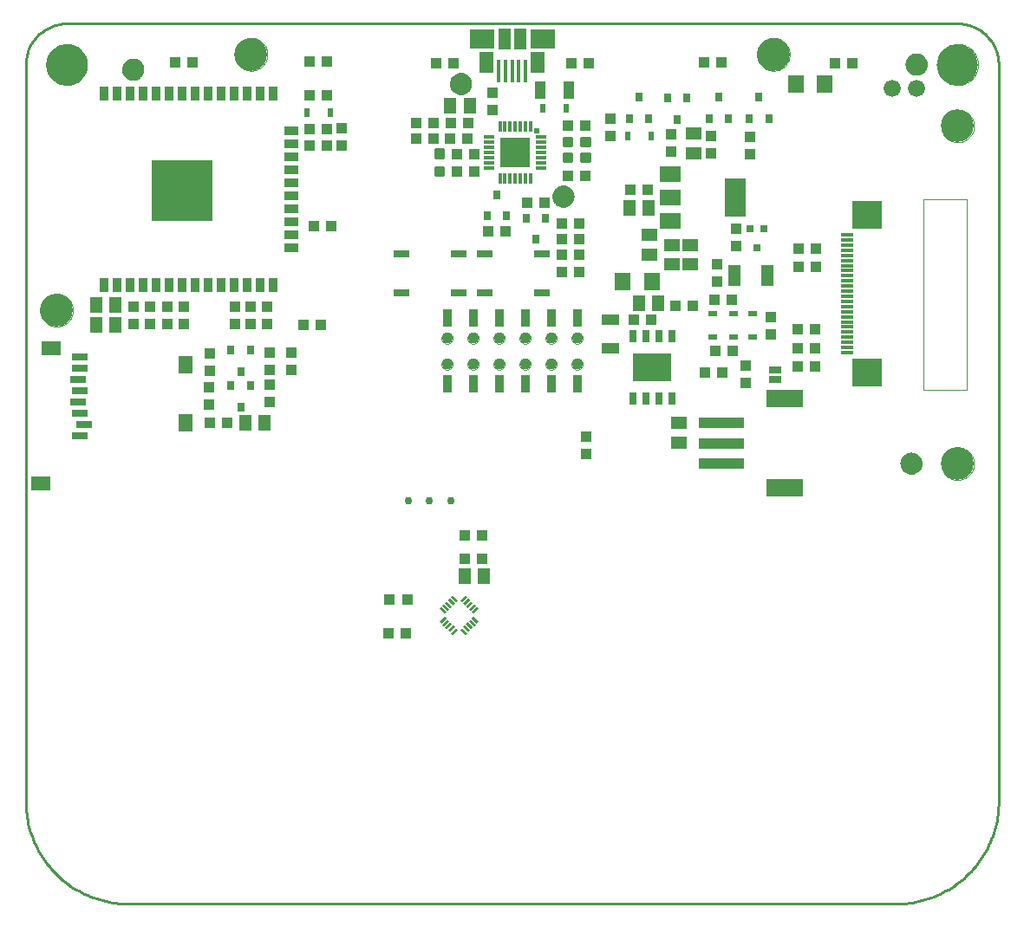
<source format=gts>
G75*
%MOIN*%
%OFA0B0*%
%FSLAX24Y24*%
%IPPOS*%
%LPD*%
%AMOC8*
5,1,8,0,0,1.08239X$1,22.5*
%
%ADD10C,0.0100*%
%ADD11C,0.0000*%
%ADD12C,0.1575*%
%ADD13C,0.0039*%
%ADD14C,0.1260*%
%ADD15R,0.0157X0.0413*%
%ADD16R,0.0197X0.0197*%
%ADD17R,0.1181X0.1181*%
%ADD18R,0.0413X0.0157*%
%ADD19R,0.0453X0.0827*%
%ADD20R,0.0177X0.0906*%
%ADD21R,0.0935X0.0748*%
%ADD22R,0.0581X0.0827*%
%ADD23R,0.0512X0.0591*%
%ADD24R,0.0394X0.0709*%
%ADD25R,0.0248X0.0327*%
%ADD26R,0.0315X0.0354*%
%ADD27R,0.0394X0.0433*%
%ADD28R,0.0433X0.0394*%
%ADD29R,0.0276X0.0276*%
%ADD30R,0.0327X0.0248*%
%ADD31R,0.0591X0.0512*%
%ADD32R,0.1181X0.1063*%
%ADD33R,0.0472X0.0118*%
%ADD34R,0.0472X0.0787*%
%ADD35R,0.0787X0.0591*%
%ADD36R,0.0787X0.1496*%
%ADD37R,0.0551X0.0709*%
%ADD38R,0.0748X0.0551*%
%ADD39R,0.0591X0.0315*%
%ADD40C,0.0118*%
%ADD41C,0.0050*%
%ADD42R,0.0354X0.0551*%
%ADD43R,0.0551X0.0354*%
%ADD44R,0.2362X0.2362*%
%ADD45R,0.0630X0.0710*%
%ADD46R,0.0709X0.0394*%
%ADD47R,0.1772X0.0394*%
%ADD48R,0.1417X0.0669*%
%ADD49C,0.0300*%
%ADD50C,0.0660*%
%ADD51R,0.0600X0.0300*%
%ADD52R,0.0354X0.0709*%
%ADD53C,0.0433*%
%ADD54R,0.0299X0.0500*%
%ADD55R,0.1457X0.1063*%
%ADD56R,0.0500X0.0250*%
%ADD57R,0.0100X0.0280*%
D10*
X005927Y004947D02*
X035455Y004947D01*
X035579Y004949D01*
X035702Y004955D01*
X035826Y004964D01*
X035948Y004978D01*
X036071Y004995D01*
X036193Y005017D01*
X036314Y005042D01*
X036434Y005071D01*
X036553Y005103D01*
X036672Y005140D01*
X036789Y005180D01*
X036904Y005223D01*
X037019Y005271D01*
X037131Y005322D01*
X037242Y005376D01*
X037352Y005434D01*
X037459Y005495D01*
X037565Y005560D01*
X037668Y005628D01*
X037769Y005699D01*
X037868Y005773D01*
X037965Y005850D01*
X038059Y005931D01*
X038150Y006014D01*
X038239Y006100D01*
X038325Y006189D01*
X038408Y006280D01*
X038489Y006374D01*
X038566Y006471D01*
X038640Y006570D01*
X038711Y006671D01*
X038779Y006774D01*
X038844Y006880D01*
X038905Y006987D01*
X038963Y007097D01*
X039017Y007208D01*
X039068Y007320D01*
X039116Y007435D01*
X039159Y007550D01*
X039199Y007667D01*
X039236Y007786D01*
X039268Y007905D01*
X039297Y008025D01*
X039322Y008146D01*
X039344Y008268D01*
X039361Y008391D01*
X039375Y008513D01*
X039384Y008637D01*
X039390Y008760D01*
X039392Y008884D01*
X039392Y037231D01*
X039390Y037308D01*
X039384Y037385D01*
X039375Y037462D01*
X039362Y037538D01*
X039345Y037614D01*
X039324Y037688D01*
X039300Y037762D01*
X039272Y037834D01*
X039241Y037904D01*
X039206Y037973D01*
X039168Y038041D01*
X039127Y038106D01*
X039082Y038169D01*
X039034Y038230D01*
X038984Y038289D01*
X038931Y038345D01*
X038875Y038398D01*
X038816Y038448D01*
X038755Y038496D01*
X038692Y038541D01*
X038627Y038582D01*
X038559Y038620D01*
X038490Y038655D01*
X038420Y038686D01*
X038348Y038714D01*
X038274Y038738D01*
X038200Y038759D01*
X038124Y038776D01*
X038048Y038789D01*
X037971Y038798D01*
X037894Y038804D01*
X037817Y038806D01*
X003565Y038806D01*
X003488Y038804D01*
X003411Y038798D01*
X003334Y038789D01*
X003258Y038776D01*
X003182Y038759D01*
X003108Y038738D01*
X003034Y038714D01*
X002962Y038686D01*
X002892Y038655D01*
X002823Y038620D01*
X002755Y038582D01*
X002690Y038541D01*
X002627Y038496D01*
X002566Y038448D01*
X002507Y038398D01*
X002451Y038345D01*
X002398Y038289D01*
X002348Y038230D01*
X002300Y038169D01*
X002255Y038106D01*
X002214Y038041D01*
X002176Y037973D01*
X002141Y037904D01*
X002110Y037834D01*
X002082Y037762D01*
X002058Y037688D01*
X002037Y037614D01*
X002020Y037538D01*
X002007Y037462D01*
X001998Y037385D01*
X001992Y037308D01*
X001990Y037231D01*
X001990Y008884D01*
X001992Y008760D01*
X001998Y008637D01*
X002007Y008513D01*
X002021Y008391D01*
X002038Y008268D01*
X002060Y008146D01*
X002085Y008025D01*
X002114Y007905D01*
X002146Y007786D01*
X002183Y007667D01*
X002223Y007550D01*
X002266Y007435D01*
X002314Y007320D01*
X002365Y007208D01*
X002419Y007097D01*
X002477Y006987D01*
X002538Y006880D01*
X002603Y006774D01*
X002671Y006671D01*
X002742Y006570D01*
X002816Y006471D01*
X002893Y006374D01*
X002974Y006280D01*
X003057Y006189D01*
X003143Y006100D01*
X003232Y006014D01*
X003323Y005931D01*
X003417Y005850D01*
X003514Y005773D01*
X003613Y005699D01*
X003714Y005628D01*
X003817Y005560D01*
X003923Y005495D01*
X004030Y005434D01*
X004140Y005376D01*
X004251Y005322D01*
X004363Y005271D01*
X004478Y005223D01*
X004593Y005180D01*
X004710Y005140D01*
X004829Y005103D01*
X004948Y005071D01*
X005068Y005042D01*
X005189Y005017D01*
X005311Y004995D01*
X005434Y004978D01*
X005556Y004964D01*
X005680Y004955D01*
X005803Y004949D01*
X005927Y004947D01*
D11*
X017974Y025707D02*
X017976Y025736D01*
X017982Y025764D01*
X017991Y025792D01*
X018004Y025818D01*
X018021Y025841D01*
X018040Y025863D01*
X018062Y025882D01*
X018087Y025897D01*
X018113Y025910D01*
X018141Y025918D01*
X018169Y025923D01*
X018198Y025924D01*
X018227Y025921D01*
X018255Y025914D01*
X018282Y025904D01*
X018308Y025890D01*
X018331Y025873D01*
X018352Y025853D01*
X018370Y025830D01*
X018385Y025805D01*
X018396Y025778D01*
X018404Y025750D01*
X018408Y025721D01*
X018408Y025693D01*
X018404Y025664D01*
X018396Y025636D01*
X018385Y025609D01*
X018370Y025584D01*
X018352Y025561D01*
X018331Y025541D01*
X018308Y025524D01*
X018282Y025510D01*
X018255Y025500D01*
X018227Y025493D01*
X018198Y025490D01*
X018169Y025491D01*
X018141Y025496D01*
X018113Y025504D01*
X018087Y025517D01*
X018062Y025532D01*
X018040Y025551D01*
X018021Y025573D01*
X018004Y025596D01*
X017991Y025622D01*
X017982Y025650D01*
X017976Y025678D01*
X017974Y025707D01*
X017974Y026707D02*
X017976Y026736D01*
X017982Y026764D01*
X017991Y026792D01*
X018004Y026818D01*
X018021Y026841D01*
X018040Y026863D01*
X018062Y026882D01*
X018087Y026897D01*
X018113Y026910D01*
X018141Y026918D01*
X018169Y026923D01*
X018198Y026924D01*
X018227Y026921D01*
X018255Y026914D01*
X018282Y026904D01*
X018308Y026890D01*
X018331Y026873D01*
X018352Y026853D01*
X018370Y026830D01*
X018385Y026805D01*
X018396Y026778D01*
X018404Y026750D01*
X018408Y026721D01*
X018408Y026693D01*
X018404Y026664D01*
X018396Y026636D01*
X018385Y026609D01*
X018370Y026584D01*
X018352Y026561D01*
X018331Y026541D01*
X018308Y026524D01*
X018282Y026510D01*
X018255Y026500D01*
X018227Y026493D01*
X018198Y026490D01*
X018169Y026491D01*
X018141Y026496D01*
X018113Y026504D01*
X018087Y026517D01*
X018062Y026532D01*
X018040Y026551D01*
X018021Y026573D01*
X018004Y026596D01*
X017991Y026622D01*
X017982Y026650D01*
X017976Y026678D01*
X017974Y026707D01*
X018974Y026707D02*
X018976Y026736D01*
X018982Y026764D01*
X018991Y026792D01*
X019004Y026818D01*
X019021Y026841D01*
X019040Y026863D01*
X019062Y026882D01*
X019087Y026897D01*
X019113Y026910D01*
X019141Y026918D01*
X019169Y026923D01*
X019198Y026924D01*
X019227Y026921D01*
X019255Y026914D01*
X019282Y026904D01*
X019308Y026890D01*
X019331Y026873D01*
X019352Y026853D01*
X019370Y026830D01*
X019385Y026805D01*
X019396Y026778D01*
X019404Y026750D01*
X019408Y026721D01*
X019408Y026693D01*
X019404Y026664D01*
X019396Y026636D01*
X019385Y026609D01*
X019370Y026584D01*
X019352Y026561D01*
X019331Y026541D01*
X019308Y026524D01*
X019282Y026510D01*
X019255Y026500D01*
X019227Y026493D01*
X019198Y026490D01*
X019169Y026491D01*
X019141Y026496D01*
X019113Y026504D01*
X019087Y026517D01*
X019062Y026532D01*
X019040Y026551D01*
X019021Y026573D01*
X019004Y026596D01*
X018991Y026622D01*
X018982Y026650D01*
X018976Y026678D01*
X018974Y026707D01*
X018974Y025707D02*
X018976Y025736D01*
X018982Y025764D01*
X018991Y025792D01*
X019004Y025818D01*
X019021Y025841D01*
X019040Y025863D01*
X019062Y025882D01*
X019087Y025897D01*
X019113Y025910D01*
X019141Y025918D01*
X019169Y025923D01*
X019198Y025924D01*
X019227Y025921D01*
X019255Y025914D01*
X019282Y025904D01*
X019308Y025890D01*
X019331Y025873D01*
X019352Y025853D01*
X019370Y025830D01*
X019385Y025805D01*
X019396Y025778D01*
X019404Y025750D01*
X019408Y025721D01*
X019408Y025693D01*
X019404Y025664D01*
X019396Y025636D01*
X019385Y025609D01*
X019370Y025584D01*
X019352Y025561D01*
X019331Y025541D01*
X019308Y025524D01*
X019282Y025510D01*
X019255Y025500D01*
X019227Y025493D01*
X019198Y025490D01*
X019169Y025491D01*
X019141Y025496D01*
X019113Y025504D01*
X019087Y025517D01*
X019062Y025532D01*
X019040Y025551D01*
X019021Y025573D01*
X019004Y025596D01*
X018991Y025622D01*
X018982Y025650D01*
X018976Y025678D01*
X018974Y025707D01*
X019974Y025707D02*
X019976Y025736D01*
X019982Y025764D01*
X019991Y025792D01*
X020004Y025818D01*
X020021Y025841D01*
X020040Y025863D01*
X020062Y025882D01*
X020087Y025897D01*
X020113Y025910D01*
X020141Y025918D01*
X020169Y025923D01*
X020198Y025924D01*
X020227Y025921D01*
X020255Y025914D01*
X020282Y025904D01*
X020308Y025890D01*
X020331Y025873D01*
X020352Y025853D01*
X020370Y025830D01*
X020385Y025805D01*
X020396Y025778D01*
X020404Y025750D01*
X020408Y025721D01*
X020408Y025693D01*
X020404Y025664D01*
X020396Y025636D01*
X020385Y025609D01*
X020370Y025584D01*
X020352Y025561D01*
X020331Y025541D01*
X020308Y025524D01*
X020282Y025510D01*
X020255Y025500D01*
X020227Y025493D01*
X020198Y025490D01*
X020169Y025491D01*
X020141Y025496D01*
X020113Y025504D01*
X020087Y025517D01*
X020062Y025532D01*
X020040Y025551D01*
X020021Y025573D01*
X020004Y025596D01*
X019991Y025622D01*
X019982Y025650D01*
X019976Y025678D01*
X019974Y025707D01*
X019974Y026707D02*
X019976Y026736D01*
X019982Y026764D01*
X019991Y026792D01*
X020004Y026818D01*
X020021Y026841D01*
X020040Y026863D01*
X020062Y026882D01*
X020087Y026897D01*
X020113Y026910D01*
X020141Y026918D01*
X020169Y026923D01*
X020198Y026924D01*
X020227Y026921D01*
X020255Y026914D01*
X020282Y026904D01*
X020308Y026890D01*
X020331Y026873D01*
X020352Y026853D01*
X020370Y026830D01*
X020385Y026805D01*
X020396Y026778D01*
X020404Y026750D01*
X020408Y026721D01*
X020408Y026693D01*
X020404Y026664D01*
X020396Y026636D01*
X020385Y026609D01*
X020370Y026584D01*
X020352Y026561D01*
X020331Y026541D01*
X020308Y026524D01*
X020282Y026510D01*
X020255Y026500D01*
X020227Y026493D01*
X020198Y026490D01*
X020169Y026491D01*
X020141Y026496D01*
X020113Y026504D01*
X020087Y026517D01*
X020062Y026532D01*
X020040Y026551D01*
X020021Y026573D01*
X020004Y026596D01*
X019991Y026622D01*
X019982Y026650D01*
X019976Y026678D01*
X019974Y026707D01*
X020974Y026707D02*
X020976Y026736D01*
X020982Y026764D01*
X020991Y026792D01*
X021004Y026818D01*
X021021Y026841D01*
X021040Y026863D01*
X021062Y026882D01*
X021087Y026897D01*
X021113Y026910D01*
X021141Y026918D01*
X021169Y026923D01*
X021198Y026924D01*
X021227Y026921D01*
X021255Y026914D01*
X021282Y026904D01*
X021308Y026890D01*
X021331Y026873D01*
X021352Y026853D01*
X021370Y026830D01*
X021385Y026805D01*
X021396Y026778D01*
X021404Y026750D01*
X021408Y026721D01*
X021408Y026693D01*
X021404Y026664D01*
X021396Y026636D01*
X021385Y026609D01*
X021370Y026584D01*
X021352Y026561D01*
X021331Y026541D01*
X021308Y026524D01*
X021282Y026510D01*
X021255Y026500D01*
X021227Y026493D01*
X021198Y026490D01*
X021169Y026491D01*
X021141Y026496D01*
X021113Y026504D01*
X021087Y026517D01*
X021062Y026532D01*
X021040Y026551D01*
X021021Y026573D01*
X021004Y026596D01*
X020991Y026622D01*
X020982Y026650D01*
X020976Y026678D01*
X020974Y026707D01*
X020974Y025707D02*
X020976Y025736D01*
X020982Y025764D01*
X020991Y025792D01*
X021004Y025818D01*
X021021Y025841D01*
X021040Y025863D01*
X021062Y025882D01*
X021087Y025897D01*
X021113Y025910D01*
X021141Y025918D01*
X021169Y025923D01*
X021198Y025924D01*
X021227Y025921D01*
X021255Y025914D01*
X021282Y025904D01*
X021308Y025890D01*
X021331Y025873D01*
X021352Y025853D01*
X021370Y025830D01*
X021385Y025805D01*
X021396Y025778D01*
X021404Y025750D01*
X021408Y025721D01*
X021408Y025693D01*
X021404Y025664D01*
X021396Y025636D01*
X021385Y025609D01*
X021370Y025584D01*
X021352Y025561D01*
X021331Y025541D01*
X021308Y025524D01*
X021282Y025510D01*
X021255Y025500D01*
X021227Y025493D01*
X021198Y025490D01*
X021169Y025491D01*
X021141Y025496D01*
X021113Y025504D01*
X021087Y025517D01*
X021062Y025532D01*
X021040Y025551D01*
X021021Y025573D01*
X021004Y025596D01*
X020991Y025622D01*
X020982Y025650D01*
X020976Y025678D01*
X020974Y025707D01*
X021974Y025707D02*
X021976Y025736D01*
X021982Y025764D01*
X021991Y025792D01*
X022004Y025818D01*
X022021Y025841D01*
X022040Y025863D01*
X022062Y025882D01*
X022087Y025897D01*
X022113Y025910D01*
X022141Y025918D01*
X022169Y025923D01*
X022198Y025924D01*
X022227Y025921D01*
X022255Y025914D01*
X022282Y025904D01*
X022308Y025890D01*
X022331Y025873D01*
X022352Y025853D01*
X022370Y025830D01*
X022385Y025805D01*
X022396Y025778D01*
X022404Y025750D01*
X022408Y025721D01*
X022408Y025693D01*
X022404Y025664D01*
X022396Y025636D01*
X022385Y025609D01*
X022370Y025584D01*
X022352Y025561D01*
X022331Y025541D01*
X022308Y025524D01*
X022282Y025510D01*
X022255Y025500D01*
X022227Y025493D01*
X022198Y025490D01*
X022169Y025491D01*
X022141Y025496D01*
X022113Y025504D01*
X022087Y025517D01*
X022062Y025532D01*
X022040Y025551D01*
X022021Y025573D01*
X022004Y025596D01*
X021991Y025622D01*
X021982Y025650D01*
X021976Y025678D01*
X021974Y025707D01*
X021974Y026707D02*
X021976Y026736D01*
X021982Y026764D01*
X021991Y026792D01*
X022004Y026818D01*
X022021Y026841D01*
X022040Y026863D01*
X022062Y026882D01*
X022087Y026897D01*
X022113Y026910D01*
X022141Y026918D01*
X022169Y026923D01*
X022198Y026924D01*
X022227Y026921D01*
X022255Y026914D01*
X022282Y026904D01*
X022308Y026890D01*
X022331Y026873D01*
X022352Y026853D01*
X022370Y026830D01*
X022385Y026805D01*
X022396Y026778D01*
X022404Y026750D01*
X022408Y026721D01*
X022408Y026693D01*
X022404Y026664D01*
X022396Y026636D01*
X022385Y026609D01*
X022370Y026584D01*
X022352Y026561D01*
X022331Y026541D01*
X022308Y026524D01*
X022282Y026510D01*
X022255Y026500D01*
X022227Y026493D01*
X022198Y026490D01*
X022169Y026491D01*
X022141Y026496D01*
X022113Y026504D01*
X022087Y026517D01*
X022062Y026532D01*
X022040Y026551D01*
X022021Y026573D01*
X022004Y026596D01*
X021991Y026622D01*
X021982Y026650D01*
X021976Y026678D01*
X021974Y026707D01*
X022974Y026707D02*
X022976Y026736D01*
X022982Y026764D01*
X022991Y026792D01*
X023004Y026818D01*
X023021Y026841D01*
X023040Y026863D01*
X023062Y026882D01*
X023087Y026897D01*
X023113Y026910D01*
X023141Y026918D01*
X023169Y026923D01*
X023198Y026924D01*
X023227Y026921D01*
X023255Y026914D01*
X023282Y026904D01*
X023308Y026890D01*
X023331Y026873D01*
X023352Y026853D01*
X023370Y026830D01*
X023385Y026805D01*
X023396Y026778D01*
X023404Y026750D01*
X023408Y026721D01*
X023408Y026693D01*
X023404Y026664D01*
X023396Y026636D01*
X023385Y026609D01*
X023370Y026584D01*
X023352Y026561D01*
X023331Y026541D01*
X023308Y026524D01*
X023282Y026510D01*
X023255Y026500D01*
X023227Y026493D01*
X023198Y026490D01*
X023169Y026491D01*
X023141Y026496D01*
X023113Y026504D01*
X023087Y026517D01*
X023062Y026532D01*
X023040Y026551D01*
X023021Y026573D01*
X023004Y026596D01*
X022991Y026622D01*
X022982Y026650D01*
X022976Y026678D01*
X022974Y026707D01*
X022974Y025707D02*
X022976Y025736D01*
X022982Y025764D01*
X022991Y025792D01*
X023004Y025818D01*
X023021Y025841D01*
X023040Y025863D01*
X023062Y025882D01*
X023087Y025897D01*
X023113Y025910D01*
X023141Y025918D01*
X023169Y025923D01*
X023198Y025924D01*
X023227Y025921D01*
X023255Y025914D01*
X023282Y025904D01*
X023308Y025890D01*
X023331Y025873D01*
X023352Y025853D01*
X023370Y025830D01*
X023385Y025805D01*
X023396Y025778D01*
X023404Y025750D01*
X023408Y025721D01*
X023408Y025693D01*
X023404Y025664D01*
X023396Y025636D01*
X023385Y025609D01*
X023370Y025584D01*
X023352Y025561D01*
X023331Y025541D01*
X023308Y025524D01*
X023282Y025510D01*
X023255Y025500D01*
X023227Y025493D01*
X023198Y025490D01*
X023169Y025491D01*
X023141Y025496D01*
X023113Y025504D01*
X023087Y025517D01*
X023062Y025532D01*
X023040Y025551D01*
X023021Y025573D01*
X023004Y025596D01*
X022991Y025622D01*
X022982Y025650D01*
X022976Y025678D01*
X022974Y025707D01*
X030101Y037624D02*
X030103Y037674D01*
X030109Y037724D01*
X030119Y037773D01*
X030133Y037821D01*
X030150Y037868D01*
X030171Y037913D01*
X030196Y037957D01*
X030224Y037998D01*
X030256Y038037D01*
X030290Y038074D01*
X030327Y038108D01*
X030367Y038138D01*
X030409Y038165D01*
X030453Y038189D01*
X030499Y038210D01*
X030546Y038226D01*
X030594Y038239D01*
X030644Y038248D01*
X030693Y038253D01*
X030744Y038254D01*
X030794Y038251D01*
X030843Y038244D01*
X030892Y038233D01*
X030940Y038218D01*
X030986Y038200D01*
X031031Y038178D01*
X031074Y038152D01*
X031115Y038123D01*
X031154Y038091D01*
X031190Y038056D01*
X031222Y038018D01*
X031252Y037978D01*
X031279Y037935D01*
X031302Y037891D01*
X031321Y037845D01*
X031337Y037797D01*
X031349Y037748D01*
X031357Y037699D01*
X031361Y037649D01*
X031361Y037599D01*
X031357Y037549D01*
X031349Y037500D01*
X031337Y037451D01*
X031321Y037403D01*
X031302Y037357D01*
X031279Y037313D01*
X031252Y037270D01*
X031222Y037230D01*
X031190Y037192D01*
X031154Y037157D01*
X031115Y037125D01*
X031074Y037096D01*
X031031Y037070D01*
X030986Y037048D01*
X030940Y037030D01*
X030892Y037015D01*
X030843Y037004D01*
X030794Y036997D01*
X030744Y036994D01*
X030693Y036995D01*
X030644Y037000D01*
X030594Y037009D01*
X030546Y037022D01*
X030499Y037038D01*
X030453Y037059D01*
X030409Y037083D01*
X030367Y037110D01*
X030327Y037140D01*
X030290Y037174D01*
X030256Y037211D01*
X030224Y037250D01*
X030196Y037291D01*
X030171Y037335D01*
X030150Y037380D01*
X030133Y037427D01*
X030119Y037475D01*
X030109Y037524D01*
X030103Y037574D01*
X030101Y037624D01*
X036518Y032034D02*
X036518Y031561D01*
X037187Y034869D02*
X037189Y034919D01*
X037195Y034969D01*
X037205Y035018D01*
X037219Y035066D01*
X037236Y035113D01*
X037257Y035158D01*
X037282Y035202D01*
X037310Y035243D01*
X037342Y035282D01*
X037376Y035319D01*
X037413Y035353D01*
X037453Y035383D01*
X037495Y035410D01*
X037539Y035434D01*
X037585Y035455D01*
X037632Y035471D01*
X037680Y035484D01*
X037730Y035493D01*
X037779Y035498D01*
X037830Y035499D01*
X037880Y035496D01*
X037929Y035489D01*
X037978Y035478D01*
X038026Y035463D01*
X038072Y035445D01*
X038117Y035423D01*
X038160Y035397D01*
X038201Y035368D01*
X038240Y035336D01*
X038276Y035301D01*
X038308Y035263D01*
X038338Y035223D01*
X038365Y035180D01*
X038388Y035136D01*
X038407Y035090D01*
X038423Y035042D01*
X038435Y034993D01*
X038443Y034944D01*
X038447Y034894D01*
X038447Y034844D01*
X038443Y034794D01*
X038435Y034745D01*
X038423Y034696D01*
X038407Y034648D01*
X038388Y034602D01*
X038365Y034558D01*
X038338Y034515D01*
X038308Y034475D01*
X038276Y034437D01*
X038240Y034402D01*
X038201Y034370D01*
X038160Y034341D01*
X038117Y034315D01*
X038072Y034293D01*
X038026Y034275D01*
X037978Y034260D01*
X037929Y034249D01*
X037880Y034242D01*
X037830Y034239D01*
X037779Y034240D01*
X037730Y034245D01*
X037680Y034254D01*
X037632Y034267D01*
X037585Y034283D01*
X037539Y034304D01*
X037495Y034328D01*
X037453Y034355D01*
X037413Y034385D01*
X037376Y034419D01*
X037342Y034456D01*
X037310Y034495D01*
X037282Y034536D01*
X037257Y034580D01*
X037236Y034625D01*
X037219Y034672D01*
X037205Y034720D01*
X037195Y034769D01*
X037189Y034819D01*
X037187Y034869D01*
X037030Y037231D02*
X037032Y037287D01*
X037038Y037342D01*
X037048Y037396D01*
X037061Y037450D01*
X037079Y037503D01*
X037100Y037554D01*
X037124Y037604D01*
X037152Y037652D01*
X037184Y037698D01*
X037218Y037742D01*
X037256Y037783D01*
X037296Y037821D01*
X037339Y037856D01*
X037384Y037888D01*
X037432Y037917D01*
X037481Y037943D01*
X037532Y037965D01*
X037584Y037983D01*
X037638Y037997D01*
X037693Y038008D01*
X037748Y038015D01*
X037803Y038018D01*
X037859Y038017D01*
X037914Y038012D01*
X037969Y038003D01*
X038023Y037991D01*
X038076Y037974D01*
X038128Y037954D01*
X038178Y037930D01*
X038226Y037903D01*
X038273Y037873D01*
X038317Y037839D01*
X038359Y037802D01*
X038397Y037762D01*
X038434Y037720D01*
X038467Y037675D01*
X038496Y037629D01*
X038523Y037580D01*
X038545Y037529D01*
X038565Y037477D01*
X038580Y037423D01*
X038592Y037369D01*
X038600Y037314D01*
X038604Y037259D01*
X038604Y037203D01*
X038600Y037148D01*
X038592Y037093D01*
X038580Y037039D01*
X038565Y036985D01*
X038545Y036933D01*
X038523Y036882D01*
X038496Y036833D01*
X038467Y036787D01*
X038434Y036742D01*
X038397Y036700D01*
X038359Y036660D01*
X038317Y036623D01*
X038273Y036589D01*
X038226Y036559D01*
X038178Y036532D01*
X038128Y036508D01*
X038076Y036488D01*
X038023Y036471D01*
X037969Y036459D01*
X037914Y036450D01*
X037859Y036445D01*
X037803Y036444D01*
X037748Y036447D01*
X037693Y036454D01*
X037638Y036465D01*
X037584Y036479D01*
X037532Y036497D01*
X037481Y036519D01*
X037432Y036545D01*
X037384Y036574D01*
X037339Y036606D01*
X037296Y036641D01*
X037256Y036679D01*
X037218Y036720D01*
X037184Y036764D01*
X037152Y036810D01*
X037124Y036858D01*
X037100Y036908D01*
X037079Y036959D01*
X037061Y037012D01*
X037048Y037066D01*
X037038Y037120D01*
X037032Y037175D01*
X037030Y037231D01*
X037187Y021876D02*
X037189Y021926D01*
X037195Y021976D01*
X037205Y022025D01*
X037219Y022073D01*
X037236Y022120D01*
X037257Y022165D01*
X037282Y022209D01*
X037310Y022250D01*
X037342Y022289D01*
X037376Y022326D01*
X037413Y022360D01*
X037453Y022390D01*
X037495Y022417D01*
X037539Y022441D01*
X037585Y022462D01*
X037632Y022478D01*
X037680Y022491D01*
X037730Y022500D01*
X037779Y022505D01*
X037830Y022506D01*
X037880Y022503D01*
X037929Y022496D01*
X037978Y022485D01*
X038026Y022470D01*
X038072Y022452D01*
X038117Y022430D01*
X038160Y022404D01*
X038201Y022375D01*
X038240Y022343D01*
X038276Y022308D01*
X038308Y022270D01*
X038338Y022230D01*
X038365Y022187D01*
X038388Y022143D01*
X038407Y022097D01*
X038423Y022049D01*
X038435Y022000D01*
X038443Y021951D01*
X038447Y021901D01*
X038447Y021851D01*
X038443Y021801D01*
X038435Y021752D01*
X038423Y021703D01*
X038407Y021655D01*
X038388Y021609D01*
X038365Y021565D01*
X038338Y021522D01*
X038308Y021482D01*
X038276Y021444D01*
X038240Y021409D01*
X038201Y021377D01*
X038160Y021348D01*
X038117Y021322D01*
X038072Y021300D01*
X038026Y021282D01*
X037978Y021267D01*
X037929Y021256D01*
X037880Y021249D01*
X037830Y021246D01*
X037779Y021247D01*
X037730Y021252D01*
X037680Y021261D01*
X037632Y021274D01*
X037585Y021290D01*
X037539Y021311D01*
X037495Y021335D01*
X037453Y021362D01*
X037413Y021392D01*
X037376Y021426D01*
X037342Y021463D01*
X037310Y021502D01*
X037282Y021543D01*
X037257Y021587D01*
X037236Y021632D01*
X037219Y021679D01*
X037205Y021727D01*
X037195Y021776D01*
X037189Y021826D01*
X037187Y021876D01*
X010022Y037624D02*
X010024Y037674D01*
X010030Y037724D01*
X010040Y037773D01*
X010054Y037821D01*
X010071Y037868D01*
X010092Y037913D01*
X010117Y037957D01*
X010145Y037998D01*
X010177Y038037D01*
X010211Y038074D01*
X010248Y038108D01*
X010288Y038138D01*
X010330Y038165D01*
X010374Y038189D01*
X010420Y038210D01*
X010467Y038226D01*
X010515Y038239D01*
X010565Y038248D01*
X010614Y038253D01*
X010665Y038254D01*
X010715Y038251D01*
X010764Y038244D01*
X010813Y038233D01*
X010861Y038218D01*
X010907Y038200D01*
X010952Y038178D01*
X010995Y038152D01*
X011036Y038123D01*
X011075Y038091D01*
X011111Y038056D01*
X011143Y038018D01*
X011173Y037978D01*
X011200Y037935D01*
X011223Y037891D01*
X011242Y037845D01*
X011258Y037797D01*
X011270Y037748D01*
X011278Y037699D01*
X011282Y037649D01*
X011282Y037599D01*
X011278Y037549D01*
X011270Y037500D01*
X011258Y037451D01*
X011242Y037403D01*
X011223Y037357D01*
X011200Y037313D01*
X011173Y037270D01*
X011143Y037230D01*
X011111Y037192D01*
X011075Y037157D01*
X011036Y037125D01*
X010995Y037096D01*
X010952Y037070D01*
X010907Y037048D01*
X010861Y037030D01*
X010813Y037015D01*
X010764Y037004D01*
X010715Y036997D01*
X010665Y036994D01*
X010614Y036995D01*
X010565Y037000D01*
X010515Y037009D01*
X010467Y037022D01*
X010420Y037038D01*
X010374Y037059D01*
X010330Y037083D01*
X010288Y037110D01*
X010248Y037140D01*
X010211Y037174D01*
X010177Y037211D01*
X010145Y037250D01*
X010117Y037291D01*
X010092Y037335D01*
X010071Y037380D01*
X010054Y037427D01*
X010040Y037475D01*
X010030Y037524D01*
X010024Y037574D01*
X010022Y037624D01*
X002778Y037231D02*
X002780Y037287D01*
X002786Y037342D01*
X002796Y037396D01*
X002809Y037450D01*
X002827Y037503D01*
X002848Y037554D01*
X002872Y037604D01*
X002900Y037652D01*
X002932Y037698D01*
X002966Y037742D01*
X003004Y037783D01*
X003044Y037821D01*
X003087Y037856D01*
X003132Y037888D01*
X003180Y037917D01*
X003229Y037943D01*
X003280Y037965D01*
X003332Y037983D01*
X003386Y037997D01*
X003441Y038008D01*
X003496Y038015D01*
X003551Y038018D01*
X003607Y038017D01*
X003662Y038012D01*
X003717Y038003D01*
X003771Y037991D01*
X003824Y037974D01*
X003876Y037954D01*
X003926Y037930D01*
X003974Y037903D01*
X004021Y037873D01*
X004065Y037839D01*
X004107Y037802D01*
X004145Y037762D01*
X004182Y037720D01*
X004215Y037675D01*
X004244Y037629D01*
X004271Y037580D01*
X004293Y037529D01*
X004313Y037477D01*
X004328Y037423D01*
X004340Y037369D01*
X004348Y037314D01*
X004352Y037259D01*
X004352Y037203D01*
X004348Y037148D01*
X004340Y037093D01*
X004328Y037039D01*
X004313Y036985D01*
X004293Y036933D01*
X004271Y036882D01*
X004244Y036833D01*
X004215Y036787D01*
X004182Y036742D01*
X004145Y036700D01*
X004107Y036660D01*
X004065Y036623D01*
X004021Y036589D01*
X003974Y036559D01*
X003926Y036532D01*
X003876Y036508D01*
X003824Y036488D01*
X003771Y036471D01*
X003717Y036459D01*
X003662Y036450D01*
X003607Y036445D01*
X003551Y036444D01*
X003496Y036447D01*
X003441Y036454D01*
X003386Y036465D01*
X003332Y036479D01*
X003280Y036497D01*
X003229Y036519D01*
X003180Y036545D01*
X003132Y036574D01*
X003087Y036606D01*
X003044Y036641D01*
X003004Y036679D01*
X002966Y036720D01*
X002932Y036764D01*
X002900Y036810D01*
X002872Y036858D01*
X002848Y036908D01*
X002827Y036959D01*
X002809Y037012D01*
X002796Y037066D01*
X002786Y037120D01*
X002780Y037175D01*
X002778Y037231D01*
X002541Y027782D02*
X002543Y027832D01*
X002549Y027882D01*
X002559Y027931D01*
X002573Y027979D01*
X002590Y028026D01*
X002611Y028071D01*
X002636Y028115D01*
X002664Y028156D01*
X002696Y028195D01*
X002730Y028232D01*
X002767Y028266D01*
X002807Y028296D01*
X002849Y028323D01*
X002893Y028347D01*
X002939Y028368D01*
X002986Y028384D01*
X003034Y028397D01*
X003084Y028406D01*
X003133Y028411D01*
X003184Y028412D01*
X003234Y028409D01*
X003283Y028402D01*
X003332Y028391D01*
X003380Y028376D01*
X003426Y028358D01*
X003471Y028336D01*
X003514Y028310D01*
X003555Y028281D01*
X003594Y028249D01*
X003630Y028214D01*
X003662Y028176D01*
X003692Y028136D01*
X003719Y028093D01*
X003742Y028049D01*
X003761Y028003D01*
X003777Y027955D01*
X003789Y027906D01*
X003797Y027857D01*
X003801Y027807D01*
X003801Y027757D01*
X003797Y027707D01*
X003789Y027658D01*
X003777Y027609D01*
X003761Y027561D01*
X003742Y027515D01*
X003719Y027471D01*
X003692Y027428D01*
X003662Y027388D01*
X003630Y027350D01*
X003594Y027315D01*
X003555Y027283D01*
X003514Y027254D01*
X003471Y027228D01*
X003426Y027206D01*
X003380Y027188D01*
X003332Y027173D01*
X003283Y027162D01*
X003234Y027155D01*
X003184Y027152D01*
X003133Y027153D01*
X003084Y027158D01*
X003034Y027167D01*
X002986Y027180D01*
X002939Y027196D01*
X002893Y027217D01*
X002849Y027241D01*
X002807Y027268D01*
X002767Y027298D01*
X002730Y027332D01*
X002696Y027369D01*
X002664Y027408D01*
X002636Y027449D01*
X002611Y027493D01*
X002590Y027538D01*
X002573Y027585D01*
X002559Y027633D01*
X002549Y027682D01*
X002543Y027732D01*
X002541Y027782D01*
D12*
X003565Y037231D03*
X037817Y037231D03*
D13*
X038171Y032034D02*
X036518Y032034D01*
X036518Y024711D01*
X038171Y024711D01*
X038171Y032034D01*
D14*
X037817Y034869D03*
X030731Y037624D03*
X037817Y021876D03*
X010652Y037624D03*
X003171Y027782D03*
D15*
X020219Y032851D03*
X020416Y032851D03*
X020612Y032851D03*
X020809Y032851D03*
X021006Y032851D03*
X021203Y032851D03*
X021400Y032851D03*
X021400Y034839D03*
X021203Y034839D03*
X021006Y034839D03*
X020809Y034839D03*
X020612Y034839D03*
X020416Y034839D03*
X020219Y034839D03*
D16*
X021637Y034673D03*
D17*
X020809Y033845D03*
D18*
X021803Y033845D03*
X021803Y034042D03*
X021803Y034239D03*
X021803Y034436D03*
X021803Y033648D03*
X021803Y033451D03*
X021803Y033254D03*
X019815Y033254D03*
X019815Y033451D03*
X019815Y033648D03*
X019815Y033845D03*
X019815Y034042D03*
X019815Y034239D03*
X019815Y034436D03*
D19*
X020386Y038215D03*
X020996Y038215D03*
D20*
X020947Y036995D03*
X020691Y036995D03*
X020435Y036995D03*
X020179Y036995D03*
X021203Y036995D03*
D21*
X021853Y038215D03*
X019530Y038215D03*
D22*
X019707Y037310D03*
X021675Y037310D03*
D23*
X019057Y035656D03*
X018309Y035656D03*
X025199Y031719D03*
X025947Y031719D03*
X026301Y028058D03*
X025553Y028058D03*
X019608Y017549D03*
X018860Y017549D03*
X011183Y023451D03*
X010435Y023451D03*
X005435Y027231D03*
X005435Y027979D03*
X004687Y027979D03*
X004687Y027231D03*
D24*
X021754Y036247D03*
X022857Y036247D03*
D25*
X022758Y035538D03*
X021853Y035538D03*
X025120Y034475D03*
X026026Y034475D03*
X013703Y035380D03*
X012797Y035380D03*
D26*
X019727Y031404D03*
X020475Y031404D03*
X021223Y031325D03*
X021971Y031325D03*
X021597Y030499D03*
X020101Y032231D03*
X025199Y035144D03*
X025947Y035144D03*
X025573Y035971D03*
X026656Y035932D03*
X027030Y035105D03*
X027404Y035932D03*
X028270Y035144D03*
X028644Y035971D03*
X029018Y035144D03*
X029805Y035144D03*
X030179Y035971D03*
X030553Y035144D03*
X010632Y026247D03*
X009884Y026247D03*
X010258Y025420D03*
X009884Y024869D03*
X010632Y024869D03*
X010258Y024042D03*
D27*
X011360Y024258D03*
X011360Y024928D03*
X012193Y025491D03*
X012193Y026160D03*
X013073Y031010D03*
X013742Y031010D03*
X013585Y034121D03*
X013585Y034750D03*
X012916Y034750D03*
X012916Y034121D03*
X014149Y034114D03*
X014149Y034784D03*
X017010Y034396D03*
X017679Y034396D03*
X018309Y034396D03*
X018979Y034396D03*
X019943Y035479D03*
X019943Y036148D03*
X022837Y034869D03*
X023506Y034869D03*
X023506Y032939D03*
X022837Y032939D03*
X021931Y031916D03*
X021262Y031916D03*
X020435Y030813D03*
X019766Y030813D03*
X022601Y031128D03*
X023270Y031128D03*
X023270Y029908D03*
X023270Y029239D03*
X022601Y029239D03*
X022601Y029908D03*
X026971Y027939D03*
X027640Y027939D03*
X028565Y028865D03*
X028565Y029534D03*
X030652Y027526D03*
X030652Y026857D03*
X028782Y025380D03*
X028112Y025380D03*
X019548Y019122D03*
X018878Y019122D03*
X016601Y015335D03*
X015931Y015335D03*
X007423Y027250D03*
X007423Y027920D03*
X006754Y027920D03*
X006124Y027920D03*
X006124Y027250D03*
X006754Y027250D03*
D28*
X008053Y027250D03*
X008053Y027920D03*
X009077Y026109D03*
X009077Y025439D03*
X009038Y024810D03*
X009038Y024140D03*
X009057Y023451D03*
X009727Y023451D03*
X011360Y025479D03*
X011360Y026148D03*
X011282Y027250D03*
X011282Y027920D03*
X010652Y027920D03*
X010022Y027920D03*
X010022Y027250D03*
X010652Y027250D03*
X012679Y027231D03*
X013349Y027231D03*
X018565Y033117D03*
X018565Y033786D03*
X019234Y033786D03*
X019234Y033117D03*
X019018Y034987D03*
X018349Y034987D03*
X017679Y034987D03*
X017010Y034987D03*
X017758Y037270D03*
X018427Y037270D03*
X022955Y037270D03*
X023624Y037270D03*
X024471Y035164D03*
X024471Y034495D03*
X025238Y032428D03*
X025908Y032428D03*
X026794Y033865D03*
X026794Y034534D03*
X028329Y034495D03*
X028329Y033825D03*
X029825Y033786D03*
X029825Y034455D03*
X028742Y037310D03*
X028073Y037310D03*
X033112Y037270D03*
X033782Y037270D03*
X029313Y030912D03*
X029313Y030243D03*
X029136Y028176D03*
X028467Y028176D03*
X028506Y026207D03*
X029175Y026207D03*
X029668Y025636D03*
X029668Y024967D03*
X031656Y025617D03*
X032325Y025617D03*
X032325Y026325D03*
X031656Y026325D03*
X031656Y027034D03*
X032325Y027034D03*
X032364Y029436D03*
X031695Y029436D03*
X031695Y030144D03*
X032364Y030144D03*
X026026Y027428D03*
X025357Y027428D03*
X023270Y030499D03*
X022601Y030499D03*
X023526Y022920D03*
X023526Y022250D03*
X019551Y018222D03*
X018882Y018222D03*
X016653Y016664D03*
X015984Y016664D03*
X013585Y036050D03*
X012916Y036050D03*
X012916Y037349D03*
X013585Y037349D03*
X008388Y037310D03*
X007719Y037310D03*
D29*
X029845Y030902D03*
X030357Y030902D03*
X030101Y030174D03*
D30*
X029943Y027644D03*
X029195Y027644D03*
X028408Y027644D03*
X028408Y026739D03*
X029195Y026739D03*
X029943Y026739D03*
D31*
X027542Y029534D03*
X026833Y029534D03*
X026833Y030282D03*
X027542Y030282D03*
X025967Y029928D03*
X025967Y030676D03*
X027660Y033825D03*
X027660Y034573D03*
X027109Y023432D03*
X027109Y022684D03*
D32*
X034345Y025388D03*
X034345Y031436D03*
D33*
X033565Y030676D03*
X033565Y030479D03*
X033565Y030282D03*
X033565Y030085D03*
X033565Y029888D03*
X033565Y029691D03*
X033565Y029495D03*
X033565Y029298D03*
X033565Y029101D03*
X033565Y028904D03*
X033565Y028707D03*
X033565Y028510D03*
X033565Y028313D03*
X033565Y028117D03*
X033565Y027920D03*
X033565Y027723D03*
X033565Y027526D03*
X033565Y027329D03*
X033565Y027132D03*
X033565Y026936D03*
X033565Y026739D03*
X033565Y026542D03*
X033565Y026345D03*
X033565Y026148D03*
D34*
X030494Y029121D03*
X029234Y029121D03*
D35*
X026774Y031207D03*
X026774Y032113D03*
X026774Y033018D03*
D36*
X029254Y032113D03*
D37*
X008132Y025676D03*
X008132Y023432D03*
D38*
X002955Y026306D03*
X002561Y021128D03*
D39*
X004077Y022963D03*
X004234Y023396D03*
X004077Y023829D03*
X003998Y024262D03*
X004077Y024695D03*
X003998Y025128D03*
X004077Y025561D03*
X004077Y025995D03*
D40*
X017758Y033244D02*
X018034Y033244D01*
X018034Y032968D01*
X017758Y032968D01*
X017758Y033244D01*
X017758Y033085D02*
X018034Y033085D01*
X018034Y033202D02*
X017758Y033202D01*
X017758Y033935D02*
X018034Y033935D01*
X018034Y033659D01*
X017758Y033659D01*
X017758Y033935D01*
X017758Y033776D02*
X018034Y033776D01*
X018034Y033893D02*
X017758Y033893D01*
X022964Y033786D02*
X022964Y033510D01*
X022688Y033510D01*
X022688Y033786D01*
X022964Y033786D01*
X022964Y033627D02*
X022688Y033627D01*
X022688Y033744D02*
X022964Y033744D01*
X022964Y034101D02*
X022964Y034377D01*
X022964Y034101D02*
X022688Y034101D01*
X022688Y034377D01*
X022964Y034377D01*
X022964Y034218D02*
X022688Y034218D01*
X022688Y034335D02*
X022964Y034335D01*
X023655Y034377D02*
X023655Y034101D01*
X023379Y034101D01*
X023379Y034377D01*
X023655Y034377D01*
X023655Y034218D02*
X023379Y034218D01*
X023379Y034335D02*
X023655Y034335D01*
X023655Y033786D02*
X023655Y033510D01*
X023379Y033510D01*
X023379Y033786D01*
X023655Y033786D01*
X023655Y033627D02*
X023379Y033627D01*
X023379Y033744D02*
X023655Y033744D01*
D41*
X022857Y032493D02*
X022794Y032522D01*
X022728Y032540D01*
X022660Y032546D01*
X022591Y032540D01*
X022525Y032522D01*
X022463Y032493D01*
X022407Y032454D01*
X022358Y032405D01*
X022319Y032349D01*
X022290Y032287D01*
X022272Y032220D01*
X022266Y032152D01*
X022272Y032084D01*
X022290Y032017D01*
X022319Y031955D01*
X022358Y031899D01*
X022407Y031850D01*
X022463Y031811D01*
X022525Y031782D01*
X022591Y031764D01*
X022660Y031758D01*
X022728Y031764D01*
X022794Y031782D01*
X022857Y031811D01*
X022913Y031850D01*
X022961Y031899D01*
X023001Y031955D01*
X023030Y032017D01*
X023047Y032084D01*
X023053Y032152D01*
X023047Y032220D01*
X023030Y032287D01*
X023001Y032349D01*
X022961Y032405D01*
X022913Y032454D01*
X022857Y032493D01*
X022839Y032501D02*
X022480Y032501D01*
X022406Y032453D02*
X022914Y032453D01*
X022962Y032404D02*
X022357Y032404D01*
X022323Y032356D02*
X022996Y032356D01*
X023020Y032307D02*
X022299Y032307D01*
X022282Y032259D02*
X023037Y032259D01*
X023048Y032210D02*
X022271Y032210D01*
X022267Y032162D02*
X023053Y032162D01*
X023050Y032113D02*
X022269Y032113D01*
X022277Y032065D02*
X023042Y032065D01*
X023029Y032016D02*
X022290Y032016D01*
X022313Y031968D02*
X023006Y031968D01*
X022975Y031919D02*
X022344Y031919D01*
X022386Y031871D02*
X022933Y031871D01*
X022872Y031822D02*
X022447Y031822D01*
X022556Y031774D02*
X022763Y031774D01*
X018976Y036181D02*
X019024Y036230D01*
X019064Y036286D01*
X019093Y036348D01*
X019110Y036414D01*
X019116Y036483D01*
X019110Y036551D01*
X019093Y036617D01*
X019064Y036680D01*
X019024Y036736D01*
X018976Y036784D01*
X018920Y036824D01*
X018857Y036853D01*
X018791Y036870D01*
X018723Y036876D01*
X018654Y036870D01*
X018588Y036853D01*
X018526Y036824D01*
X018470Y036784D01*
X018421Y036736D01*
X018382Y036680D01*
X018353Y036617D01*
X018335Y036551D01*
X018329Y036483D01*
X018335Y036414D01*
X018353Y036348D01*
X018382Y036286D01*
X018421Y036230D01*
X018470Y036181D01*
X018526Y036142D01*
X018588Y036113D01*
X018654Y036095D01*
X018723Y036089D01*
X018791Y036095D01*
X018857Y036113D01*
X018920Y036142D01*
X018976Y036181D01*
X018982Y036187D02*
X018464Y036187D01*
X018417Y036236D02*
X019028Y036236D01*
X019062Y036284D02*
X018383Y036284D01*
X018360Y036333D02*
X019085Y036333D01*
X019101Y036381D02*
X018344Y036381D01*
X018334Y036430D02*
X019112Y036430D01*
X019116Y036478D02*
X018329Y036478D01*
X018333Y036527D02*
X019113Y036527D01*
X019104Y036575D02*
X018341Y036575D01*
X018356Y036624D02*
X019090Y036624D01*
X019067Y036672D02*
X018378Y036672D01*
X018410Y036721D02*
X019035Y036721D01*
X018991Y036769D02*
X018454Y036769D01*
X018517Y036818D02*
X018928Y036818D01*
X018807Y036866D02*
X018638Y036866D01*
X018533Y036139D02*
X018913Y036139D01*
X018736Y036090D02*
X018710Y036090D01*
X006518Y037034D02*
X006512Y036966D01*
X006494Y036899D01*
X006465Y036837D01*
X006426Y036781D01*
X006377Y036732D01*
X006321Y036693D01*
X006259Y036664D01*
X006193Y036646D01*
X006124Y036640D01*
X006056Y036646D01*
X005990Y036664D01*
X005927Y036693D01*
X005871Y036732D01*
X005823Y036781D01*
X005783Y036837D01*
X005754Y036899D01*
X005737Y036966D01*
X005731Y037034D01*
X005737Y037102D01*
X005754Y037169D01*
X005783Y037231D01*
X005823Y037287D01*
X005871Y037336D01*
X005927Y037375D01*
X005990Y037404D01*
X006056Y037422D01*
X006124Y037428D01*
X006193Y037422D01*
X006259Y037404D01*
X006321Y037375D01*
X006377Y037336D01*
X006426Y037287D01*
X006465Y037231D01*
X006494Y037169D01*
X006512Y037102D01*
X006518Y037034D01*
X006516Y037012D02*
X005732Y037012D01*
X005733Y037060D02*
X006516Y037060D01*
X006510Y037109D02*
X005738Y037109D01*
X005751Y037157D02*
X006497Y037157D01*
X006477Y037206D02*
X005772Y037206D01*
X005800Y037254D02*
X006449Y037254D01*
X006410Y037303D02*
X005838Y037303D01*
X005894Y037351D02*
X006355Y037351D01*
X006268Y037400D02*
X005981Y037400D01*
X005737Y036963D02*
X006511Y036963D01*
X006498Y036915D02*
X005750Y036915D01*
X005770Y036866D02*
X006479Y036866D01*
X006452Y036818D02*
X005797Y036818D01*
X005834Y036769D02*
X006414Y036769D01*
X006361Y036721D02*
X005888Y036721D01*
X005972Y036672D02*
X006276Y036672D01*
X035849Y037231D02*
X035855Y037299D01*
X035872Y037365D01*
X035901Y037428D01*
X035941Y037484D01*
X035989Y037532D01*
X036046Y037572D01*
X036108Y037601D01*
X036174Y037619D01*
X036242Y037624D01*
X036311Y037619D01*
X036377Y037601D01*
X036439Y037572D01*
X036495Y037532D01*
X036544Y037484D01*
X036583Y037428D01*
X036612Y037365D01*
X036630Y037299D01*
X036636Y037231D01*
X036630Y037162D01*
X036612Y037096D01*
X036583Y037034D01*
X036544Y036978D01*
X036495Y036929D01*
X036439Y036890D01*
X036377Y036861D01*
X036311Y036843D01*
X036242Y036837D01*
X036174Y036843D01*
X036108Y036861D01*
X036046Y036890D01*
X035989Y036929D01*
X035941Y036978D01*
X035901Y037034D01*
X035872Y037096D01*
X035855Y037162D01*
X035849Y037231D01*
X035851Y037254D02*
X036634Y037254D01*
X036634Y037206D02*
X035851Y037206D01*
X035856Y037157D02*
X036629Y037157D01*
X036616Y037109D02*
X035869Y037109D01*
X035889Y037060D02*
X036596Y037060D01*
X036568Y037012D02*
X035917Y037012D01*
X035955Y036963D02*
X036529Y036963D01*
X036475Y036915D02*
X036010Y036915D01*
X036096Y036866D02*
X036388Y036866D01*
X036629Y037303D02*
X035856Y037303D01*
X035869Y037351D02*
X036616Y037351D01*
X036596Y037400D02*
X035888Y037400D01*
X035916Y037448D02*
X036569Y037448D01*
X036531Y037497D02*
X035954Y037497D01*
X036008Y037545D02*
X036477Y037545D01*
X036392Y037594D02*
X036093Y037594D01*
X036046Y022270D02*
X035977Y022264D01*
X035911Y022246D01*
X035849Y022217D01*
X035792Y022178D01*
X035744Y022130D01*
X035705Y022073D01*
X035676Y022011D01*
X035658Y021945D01*
X035652Y021876D01*
X035658Y021808D01*
X035676Y021742D01*
X035705Y021680D01*
X035744Y021623D01*
X035792Y021575D01*
X035849Y021536D01*
X035911Y021506D01*
X035977Y021489D01*
X036046Y021483D01*
X036114Y021489D01*
X036180Y021506D01*
X036242Y021536D01*
X036299Y021575D01*
X036347Y021623D01*
X036386Y021680D01*
X036415Y021742D01*
X036433Y021808D01*
X036439Y021876D01*
X036433Y021945D01*
X036415Y022011D01*
X036386Y022073D01*
X036347Y022130D01*
X036299Y022178D01*
X036242Y022217D01*
X036180Y022246D01*
X036114Y022264D01*
X036046Y022270D01*
X036075Y022268D02*
X036016Y022268D01*
X035852Y022219D02*
X036239Y022219D01*
X036306Y022171D02*
X035785Y022171D01*
X035739Y022122D02*
X036352Y022122D01*
X036386Y022074D02*
X035705Y022074D01*
X035682Y022025D02*
X036409Y022025D01*
X036425Y021977D02*
X035666Y021977D01*
X035656Y021928D02*
X036435Y021928D01*
X036439Y021880D02*
X035652Y021880D01*
X035656Y021831D02*
X036435Y021831D01*
X036426Y021783D02*
X035665Y021783D01*
X035679Y021734D02*
X036412Y021734D01*
X036389Y021686D02*
X035702Y021686D01*
X035734Y021637D02*
X036357Y021637D01*
X036312Y021589D02*
X035779Y021589D01*
X035842Y021540D02*
X036249Y021540D01*
X036125Y021492D02*
X035966Y021492D01*
D42*
X011486Y028758D03*
X010986Y028758D03*
X010486Y028758D03*
X009986Y028758D03*
X009486Y028758D03*
X008986Y028758D03*
X008486Y028758D03*
X007986Y028758D03*
X007486Y028758D03*
X006986Y028758D03*
X006486Y028758D03*
X005986Y028758D03*
X005486Y028758D03*
X004986Y028758D03*
X004986Y036121D03*
X005486Y036121D03*
X005986Y036121D03*
X006486Y036121D03*
X006986Y036121D03*
X007486Y036121D03*
X007986Y036121D03*
X008486Y036121D03*
X008986Y036121D03*
X009486Y036121D03*
X009986Y036121D03*
X010486Y036121D03*
X010986Y036121D03*
X011486Y036121D03*
D43*
X012195Y034687D03*
X012195Y034187D03*
X012195Y033687D03*
X012195Y033187D03*
X012195Y032687D03*
X012195Y032187D03*
X012195Y031687D03*
X012195Y031187D03*
X012195Y030687D03*
X012195Y030187D03*
D44*
X008014Y032388D03*
D45*
X024934Y028884D03*
X026054Y028884D03*
X031588Y036483D03*
X032708Y036483D03*
D46*
X024471Y027428D03*
X024471Y026325D03*
D47*
X028723Y023451D03*
X028723Y022664D03*
X028723Y021876D03*
D48*
X031183Y020951D03*
X031183Y024376D03*
X031183Y024376D03*
D49*
X018329Y020452D03*
X017489Y020455D03*
X016717Y020442D03*
D50*
X035301Y036317D03*
X036219Y036325D03*
D51*
X021831Y029949D03*
X021831Y028449D03*
X019631Y028449D03*
X018642Y028449D03*
X018642Y029949D03*
X019631Y029949D03*
X016442Y029949D03*
X016442Y028449D03*
D52*
X018191Y027467D03*
X019191Y027467D03*
X020191Y027467D03*
X021191Y027467D03*
X022191Y027467D03*
X023191Y027467D03*
X023191Y024947D03*
X022191Y024947D03*
X021191Y024947D03*
X020191Y024947D03*
X019191Y024947D03*
X018191Y024947D03*
D53*
X018191Y025707D03*
X018191Y026707D03*
X019191Y026707D03*
X019191Y025707D03*
X020191Y025707D03*
X020191Y026707D03*
X021191Y026707D03*
X021191Y025707D03*
X022191Y025707D03*
X022191Y026707D03*
X023191Y026707D03*
X023191Y025707D03*
D54*
X025335Y026772D03*
X025835Y026772D03*
X026335Y026772D03*
X026835Y026772D03*
X026835Y024382D03*
X026335Y024382D03*
X025835Y024382D03*
X025335Y024382D03*
D55*
X026085Y025577D03*
D56*
X030809Y025479D03*
X030809Y025124D03*
D57*
G36*
X019331Y016367D02*
X019402Y016296D01*
X019205Y016099D01*
X019134Y016170D01*
X019331Y016367D01*
G37*
G36*
X019225Y016473D02*
X019296Y016402D01*
X019099Y016205D01*
X019028Y016276D01*
X019225Y016473D01*
G37*
G36*
X019112Y016586D02*
X019183Y016515D01*
X018986Y016318D01*
X018915Y016389D01*
X019112Y016586D01*
G37*
G36*
X018998Y016699D02*
X019069Y016628D01*
X018872Y016431D01*
X018801Y016502D01*
X018998Y016699D01*
G37*
G36*
X018892Y016806D02*
X018963Y016735D01*
X018766Y016538D01*
X018695Y016609D01*
X018892Y016806D01*
G37*
G36*
X018328Y016735D02*
X018399Y016806D01*
X018596Y016609D01*
X018525Y016538D01*
X018328Y016735D01*
G37*
G36*
X018222Y016628D02*
X018293Y016699D01*
X018490Y016502D01*
X018419Y016431D01*
X018222Y016628D01*
G37*
G36*
X018108Y016515D02*
X018179Y016586D01*
X018376Y016389D01*
X018305Y016318D01*
X018108Y016515D01*
G37*
G36*
X017995Y016402D02*
X018066Y016473D01*
X018263Y016276D01*
X018192Y016205D01*
X017995Y016402D01*
G37*
G36*
X017889Y016296D02*
X017960Y016367D01*
X018157Y016170D01*
X018086Y016099D01*
X017889Y016296D01*
G37*
G36*
X018086Y015999D02*
X018157Y015928D01*
X017960Y015731D01*
X017889Y015802D01*
X018086Y015999D01*
G37*
G36*
X018192Y015893D02*
X018263Y015822D01*
X018066Y015625D01*
X017995Y015696D01*
X018192Y015893D01*
G37*
G36*
X018305Y015780D02*
X018376Y015709D01*
X018179Y015512D01*
X018108Y015583D01*
X018305Y015780D01*
G37*
G36*
X018419Y015667D02*
X018490Y015596D01*
X018293Y015399D01*
X018222Y015470D01*
X018419Y015667D01*
G37*
G36*
X018525Y015561D02*
X018596Y015490D01*
X018399Y015293D01*
X018328Y015364D01*
X018525Y015561D01*
G37*
G36*
X018695Y015490D02*
X018766Y015561D01*
X018963Y015364D01*
X018892Y015293D01*
X018695Y015490D01*
G37*
G36*
X018801Y015596D02*
X018872Y015667D01*
X019069Y015470D01*
X018998Y015399D01*
X018801Y015596D01*
G37*
G36*
X018915Y015709D02*
X018986Y015780D01*
X019183Y015583D01*
X019112Y015512D01*
X018915Y015709D01*
G37*
G36*
X019028Y015822D02*
X019099Y015893D01*
X019296Y015696D01*
X019225Y015625D01*
X019028Y015822D01*
G37*
G36*
X019134Y015928D02*
X019205Y015999D01*
X019402Y015802D01*
X019331Y015731D01*
X019134Y015928D01*
G37*
M02*

</source>
